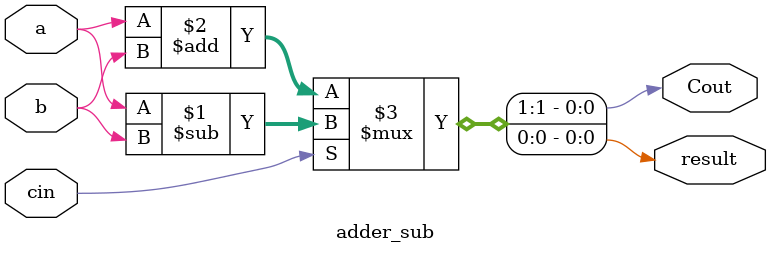
<source format=sv>
`timescale 1ns / 1ps


module adder_sub#(parameter n = 1)
    (
    input logic [n-1 : 0] a,
    input logic [n-1 : 0] b,
    input logic cin,
    output logic [n-1 : 0] result,
    output logic Cout
    );
    
    assign {Cout, result} = cin? a-b : a+b; 
    // my Note: we can also gate-level modeling
    
endmodule

</source>
